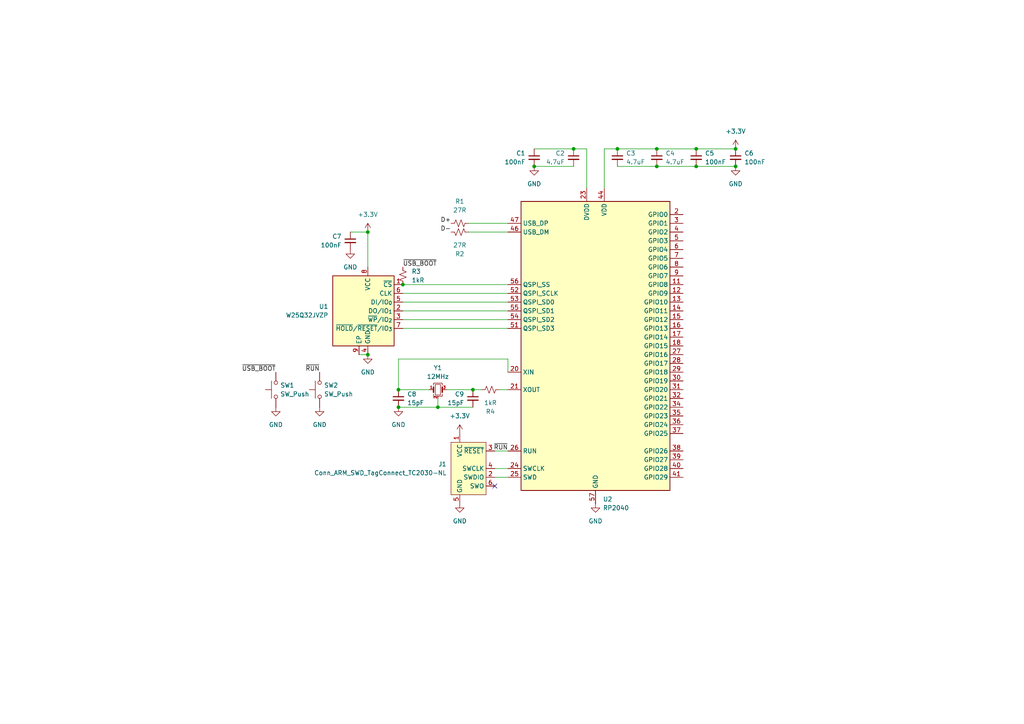
<source format=kicad_sch>
(kicad_sch (version 20250114) (generator "eeschema") (generator_version "9.0")
  (paper "A4")
  (lib_symbols
    (symbol "Connector:Conn_ARM_SWD_TagConnect_TC2030-NL" (in_bom no)
      (property "Reference" "J" (at 2.54 11.43 0))
      (property "Value" "Conn_ARM_SWD_TagConnect_TC2030-NL" (at 2.54 8.89 0))
      (symbol "Conn_ARM_SWD_TagConnect_TC2030-NL_0_0"
        (pin power_in line (at -2.54 10.16 270) (length 2.54) (name "VCC") (number "1"))
        (pin power_in line (at -2.54 -10.16 90) (length 2.54) (name "GND") (number "5"))
        (pin open_collector line (at 7.62 5.08 180) (length 2.54) (name "~{RESET}") (number "3"))
        (pin output line (at 7.62 0 180) (length 2.54) (name "SWCLK") (number "4"))
        (pin bidirectional line (at 7.62 -2.54 180) (length 2.54) (name "SWDIO") (number "2"))
        (pin input line (at 7.62 -5.08 180) (length 2.54) (name "SWO") (number "6"))
      )
      (symbol "Conn_ARM_SWD_TagConnect_TC2030-NL_0_1"
        (rectangle (start -5.08 7.62) (end 5.08 -7.62) (fill (type background)))
      )
    )
    (symbol "Device:C_Small" (pin_numbers (hide yes)) (pin_names (offset 0.254) (hide yes))
      (property "Reference" "C" (at 0.254 1.778 0))
      (property "Value" "C_Small" (at 0.254 -2.032 0))
      (symbol "C_Small_0_1"
        (polyline (pts (xy -1.524 0.508) (xy 1.524 0.508)) (stroke (width 0.3048)))
        (polyline (pts (xy -1.524 -0.508) (xy 1.524 -0.508)) (stroke (width 0.3302)))
      )
      (symbol "C_Small_1_1"
        (pin passive line (at 0 2.54 270) (length 2.032) (name "~") (number "1"))
        (pin passive line (at 0 -2.54 90) (length 2.032) (name "~") (number "2"))
      )
    )
    (symbol "Device:R_Small_US" (pin_numbers (hide yes)) (pin_names (offset 0.254) (hide yes))
      (property "Reference" "R" (at 0.762 0.508 0))
      (property "Value" "R_Small_US" (at 0.762 -1.016 0))
      (symbol "R_Small_US_1_1"
        (polyline (pts (xy 0 1.524) (xy 1.016 1.143) (xy 0 0.762) (xy -1.016 0.381) (xy 0 0)))
        (polyline (pts (xy 0 0) (xy 1.016 -0.381) (xy 0 -0.762) (xy -1.016 -1.143) (xy 0 -1.524)))
        (pin passive line (at 0 2.54 270) (length 1.016) (name "~") (number "1"))
        (pin passive line (at 0 -2.54 90) (length 1.016) (name "~") (number "2"))
      )
    )
    (symbol "Memory_Flash:W25Q32JVZP"
      (property "Reference" "U" (at -6.35 11.43 0))
      (property "Value" "W25Q32JVZP" (at 7.62 11.43 0))
      (symbol "W25Q32JVZP_0_1"
        (rectangle (start -7.62 10.16) (end 10.16 -10.16) (stroke (width 0.254)) (fill (type background)))
      )
      (symbol "W25Q32JVZP_1_1"
        (pin input line (at -10.16 7.62 0) (length 2.54) (name "~{CS}") (number "1"))
        (pin input line (at -10.16 5.08 0) (length 2.54) (name "CLK") (number "6"))
        (pin bidirectional line (at -10.16 2.54 0) (length 2.54) (name "DI/IO_{0}") (number "5"))
        (pin bidirectional line (at -10.16 0 0) (length 2.54) (name "DO/IO_{1}") (number "2"))
        (pin bidirectional line (at -10.16 -2.54 0) (length 2.54) (name "~{WP}/IO_{2}") (number "3"))
        (pin bidirectional line (at -10.16 -5.08 0) (length 2.54) (name "~{HOLD}/~{RESET}/IO_{3}") (number "7"))
        (pin power_in line (at 0 12.7 270) (length 2.54) (name "VCC") (number "8"))
        (pin power_in line (at 0 -12.7 90) (length 2.54) (name "GND") (number "4"))
        (pin passive line (at 2.54 -12.7 90) (length 2.54) (name "EP") (number "9"))
      )
    )
    (symbol "Switch:SW_Push" (pin_numbers (hide yes)) (pin_names (offset 1.016) (hide yes))
      (property "Reference" "SW" (at 1.27 2.54 0))
      (property "Value" "SW_Push" (at 0 -1.524 0))
      (symbol "SW_Push_0_1"
        (circle (center -2.032 0) (radius 0.508))
        (polyline (pts (xy 0 1.27) (xy 0 3.048)))
        (circle (center 2.032 0) (radius 0.508))
        (polyline (pts (xy 2.54 1.27) (xy -2.54 1.27)))
        (pin passive line (at -5.08 0 0) (length 2.54) (name "1") (number "1"))
        (pin passive line (at 5.08 0 180) (length 2.54) (name "2") (number "2"))
      )
    )
    (symbol "hlord2000-Device:Crystal_GND24_Small_EZRoute" (pin_names (offset 1.016) (hide yes))
      (property "Reference" "Y" (at 1.27 4.445 0))
      (property "Value" "Crystal_GND24_Small_EZRoute" (at 1.27 2.54 0))
      (symbol "Crystal_GND24_Small_EZRoute_0_1"
        (polyline (pts (xy -1.27 1.27) (xy -1.27 1.905) (xy 1.27 1.905) (xy 1.27 1.27)))
        (polyline (pts (xy -1.27 -0.762) (xy -1.27 0.762)) (stroke (width 0.381)))
        (polyline (pts (xy -1.27 -1.27) (xy -1.27 -1.905) (xy 1.27 -1.905) (xy 1.27 -1.27)))
        (rectangle (start -0.762 -1.524) (end 0.762 1.524))
        (polyline (pts (xy 1.27 -0.762) (xy 1.27 0.762)) (stroke (width 0.381)))
      )
      (symbol "Crystal_GND24_Small_EZRoute_1_1"
        (pin passive line (at -2.54 0 0) (length 1.27) (name "1") (number "1"))
        (pin passive line (at 0 -2.54 90) (length 0.635) (name "2") (number "2"))
        (pin passive line (at 0 -2.54 90) (length 0.635) (hide yes) (name "4") (number "4"))
        (pin passive line (at 2.54 0 180) (length 1.27) (name "3") (number "3"))
      )
    )
    (symbol "power:+3.3V" (power) (pin_numbers (hide yes)) (pin_names (offset 0) (hide yes))
      (property "Value" "+3.3V" (at 0 3.556 0))
      (symbol "+3.3V_0_1"
        (polyline (pts (xy -0.762 1.27) (xy 0 2.54)))
        (polyline (pts (xy 0 2.54) (xy 0.762 1.27)))
        (polyline (pts (xy 0 0) (xy 0 2.54)))
      )
      (symbol "+3.3V_1_1"
        (pin power_in line (at 0 0 90) (length 0) (name "~") (number "1"))
      )
    )
    (symbol "power:GND" (power) (pin_numbers (hide yes)) (pin_names (offset 0) (hide yes))
      (property "Value" "GND" (at 0 -3.81 0))
      (symbol "GND_0_1"
        (polyline (pts (xy 0 0) (xy 0 -1.27) (xy 1.27 -1.27) (xy 0 -2.54) (xy -1.27 -1.27) (xy 0 -1.27)))
      )
      (symbol "GND_1_1"
        (pin power_in line (at 0 0 270) (length 0) (name "~") (number "1"))
      )
    )
    (symbol "rpi-lib-kicad-rp2040:RP2040"
      (property "Reference" "U" (at 17.78 45.72 0))
      (property "Value" "RP2040" (at 17.78 43.18 0))
      (symbol "RP2040_0_1"
        (rectangle (start -21.59 41.91) (end 21.59 -41.91) (stroke (width 0.254)) (fill (type background)))
      )
      (symbol "RP2040_1_1"
        (pin bidirectional line (at -25.4 35.56 0) (length 3.81) (name "USB_DP") (number "47"))
        (pin bidirectional line (at -25.4 33.02 0) (length 3.81) (name "USB_DM") (number "46"))
        (pin bidirectional line (at -25.4 17.78 0) (length 3.81) (name "QSPI_SS") (number "56"))
        (pin output line (at -25.4 15.24 0) (length 3.81) (name "QSPI_SCLK") (number "52"))
        (pin bidirectional line (at -25.4 12.7 0) (length 3.81) (name "QSPI_SD0") (number "53"))
        (pin bidirectional line (at -25.4 10.16 0) (length 3.81) (name "QSPI_SD1") (number "55"))
        (pin bidirectional line (at -25.4 7.62 0) (length 3.81) (name "QSPI_SD2") (number "54"))
        (pin bidirectional line (at -25.4 5.08 0) (length 3.81) (name "QSPI_SD3") (number "51"))
        (pin input line (at -25.4 -7.62 0) (length 3.81) (name "XIN") (number "20"))
        (pin passive line (at -25.4 -12.7 0) (length 3.81) (name "XOUT") (number "21"))
        (pin input line (at -25.4 -30.48 0) (length 3.81) (name "RUN") (number "26"))
        (pin input line (at -25.4 -35.56 0) (length 3.81) (name "SWCLK") (number "24"))
        (pin bidirectional line (at -25.4 -38.1 0) (length 3.81) (name "SWD") (number "25"))
        (pin power_in line (at -2.54 45.72 270) (length 3.81) (name "DVDD") (number "23"))
        (pin passive line (at -2.54 45.72 270) (length 3.81) (hide yes) (name "DVDD") (number "45"))
        (pin passive line (at -2.54 45.72 270) (length 3.81) (hide yes) (name "DVDD") (number "50"))
        (pin passive line (at 0 -45.72 90) (length 3.81) (hide yes) (name "GND") (number "19"))
        (pin power_in line (at 0 -45.72 90) (length 3.81) (name "GND") (number "57"))
        (pin passive line (at 2.54 45.72 270) (length 3.81) (hide yes) (name "VDD") (number "1"))
        (pin passive line (at 2.54 45.72 270) (length 3.81) (hide yes) (name "IOVDD") (number "10"))
        (pin passive line (at 2.54 45.72 270) (length 3.81) (hide yes) (name "IOVDD") (number "22"))
        (pin passive line (at 2.54 45.72 270) (length 3.81) (hide yes) (name "IOVDD") (number "33"))
        (pin passive line (at 2.54 45.72 270) (length 3.81) (hide yes) (name "IOVDD") (number "42"))
        (pin passive line (at 2.54 45.72 270) (length 3.81) (hide yes) (name "VDD") (number "43"))
        (pin power_in line (at 2.54 45.72 270) (length 3.81) (name "VDD") (number "44"))
        (pin passive line (at 2.54 45.72 270) (length 3.81) (hide yes) (name "VDD") (number "48"))
        (pin passive line (at 2.54 45.72 270) (length 3.81) (hide yes) (name "IOVDD") (number "49"))
        (pin bidirectional line (at 25.4 38.1 180) (length 3.81) (name "GPIO0") (number "2"))
        (pin bidirectional line (at 25.4 35.56 180) (length 3.81) (name "GPIO1") (number "3"))
        (pin bidirectional line (at 25.4 33.02 180) (length 3.81) (name "GPIO2") (number "4"))
        (pin bidirectional line (at 25.4 30.48 180) (length 3.81) (name "GPIO3") (number "5"))
        (pin bidirectional line (at 25.4 27.94 180) (length 3.81) (name "GPIO4") (number "6"))
        (pin bidirectional line (at 25.4 25.4 180) (length 3.81) (name "GPIO5") (number "7"))
        (pin bidirectional line (at 25.4 22.86 180) (length 3.81) (name "GPIO6") (number "8"))
        (pin bidirectional line (at 25.4 20.32 180) (length 3.81) (name "GPIO7") (number "9"))
        (pin bidirectional line (at 25.4 17.78 180) (length 3.81) (name "GPIO8") (number "11"))
        (pin bidirectional line (at 25.4 15.24 180) (length 3.81) (name "GPIO9") (number "12"))
        (pin bidirectional line (at 25.4 12.7 180) (length 3.81) (name "GPIO10") (number "13"))
        (pin bidirectional line (at 25.4 10.16 180) (length 3.81) (name "GPIO11") (number "14"))
        (pin bidirectional line (at 25.4 7.62 180) (length 3.81) (name "GPIO12") (number "15"))
        (pin bidirectional line (at 25.4 5.08 180) (length 3.81) (name "GPIO13") (number "16"))
        (pin bidirectional line (at 25.4 2.54 180) (length 3.81) (name "GPIO14") (number "17"))
        (pin bidirectional line (at 25.4 0 180) (length 3.81) (name "GPIO15") (number "18"))
        (pin bidirectional line (at 25.4 -2.54 180) (length 3.81) (name "GPIO16") (number "27"))
        (pin bidirectional line (at 25.4 -5.08 180) (length 3.81) (name "GPIO17") (number "28"))
        (pin bidirectional line (at 25.4 -7.62 180) (length 3.81) (name "GPIO18") (number "29"))
        (pin bidirectional line (at 25.4 -10.16 180) (length 3.81) (name "GPIO19") (number "30"))
        (pin bidirectional line (at 25.4 -12.7 180) (length 3.81) (name "GPIO20") (number "31"))
        (pin bidirectional line (at 25.4 -15.24 180) (length 3.81) (name "GPIO21") (number "32"))
        (pin bidirectional line (at 25.4 -17.78 180) (length 3.81) (name "GPIO22") (number "34"))
        (pin bidirectional line (at 25.4 -20.32 180) (length 3.81) (name "GPIO23") (number "35"))
        (pin bidirectional line (at 25.4 -22.86 180) (length 3.81) (name "GPIO24") (number "36"))
        (pin bidirectional line (at 25.4 -25.4 180) (length 3.81) (name "GPIO25") (number "37"))
        (pin bidirectional line (at 25.4 -30.48 180) (length 3.81) (name "GPIO26") (number "38"))
        (pin bidirectional line (at 25.4 -33.02 180) (length 3.81) (name "GPIO27") (number "39"))
        (pin bidirectional line (at 25.4 -35.56 180) (length 3.81) (name "GPIO28") (number "40"))
        (pin bidirectional line (at 25.4 -38.1 180) (length 3.81) (name "GPIO29") (number "41"))
      )
    )
  )
  (junction (at 166.37 43.18))
  (junction (at 127 118.11))
  (junction (at 190.5 48.26))
  (junction (at 201.93 48.26))
  (junction (at 106.68 67.31))
  (junction (at 213.36 48.26))
  (junction (at 116.84 82.55))
  (junction (at 201.93 43.18))
  (junction (at 106.68 102.87))
  (junction (at 115.57 113.03))
  (junction (at 179.07 43.18))
  (junction (at 115.57 118.11))
  (junction (at 137.16 113.03))
  (junction (at 213.36 43.18))
  (junction (at 154.94 48.26))
  (junction (at 190.5 43.18))
  (no_connect (at 143.51 140.97))
  (wire (pts (xy 143.51 135.89) (xy 147.32 135.89)))
  (wire (pts (xy 143.51 130.81) (xy 147.32 130.81)))
  (wire (pts (xy 115.57 118.11) (xy 127 118.11)))
  (wire (pts (xy 116.84 95.25) (xy 147.32 95.25)))
  (wire (pts (xy 116.84 85.09) (xy 147.32 85.09)))
  (wire (pts (xy 115.57 113.03) (xy 115.57 104.14)))
  (wire (pts (xy 201.93 48.26) (xy 213.36 48.26)))
  (wire (pts (xy 116.84 92.71) (xy 147.32 92.71)))
  (wire (pts (xy 116.84 82.55) (xy 147.32 82.55)))
  (wire (pts (xy 179.07 48.26) (xy 190.5 48.26)))
  (wire (pts (xy 175.26 43.18) (xy 179.07 43.18)))
  (wire (pts (xy 115.57 104.14) (xy 147.32 104.14)))
  (wire (pts (xy 190.5 48.26) (xy 201.93 48.26)))
  (wire (pts (xy 127 118.11) (xy 137.16 118.11)))
  (wire (pts (xy 166.37 43.18) (xy 154.94 43.18)))
  (wire (pts (xy 104.14 102.87) (xy 106.68 102.87)))
  (wire (pts (xy 147.32 104.14) (xy 147.32 107.95)))
  (wire (pts (xy 137.16 113.03) (xy 139.7 113.03)))
  (wire (pts (xy 124.46 113.03) (xy 115.57 113.03)))
  (wire (pts (xy 190.5 43.18) (xy 201.93 43.18)))
  (wire (pts (xy 116.84 87.63) (xy 147.32 87.63)))
  (wire (pts (xy 201.93 43.18) (xy 213.36 43.18)))
  (wire (pts (xy 143.51 138.43) (xy 147.32 138.43)))
  (wire (pts (xy 135.89 64.77) (xy 147.32 64.77)))
  (wire (pts (xy 116.84 90.17) (xy 147.32 90.17)))
  (wire (pts (xy 170.18 43.18) (xy 166.37 43.18)))
  (wire (pts (xy 129.54 113.03) (xy 137.16 113.03)))
  (wire (pts (xy 101.6 67.31) (xy 106.68 67.31)))
  (wire (pts (xy 179.07 43.18) (xy 190.5 43.18)))
  (wire (pts (xy 175.26 54.61) (xy 175.26 43.18)))
  (wire (pts (xy 127 118.11) (xy 127 115.57)))
  (wire (pts (xy 106.68 67.31) (xy 106.68 77.47)))
  (wire (pts (xy 135.89 67.31) (xy 147.32 67.31)))
  (wire (pts (xy 144.78 113.03) (xy 147.32 113.03)))
  (wire (pts (xy 166.37 48.26) (xy 154.94 48.26)))
  (wire (pts (xy 170.18 54.61) (xy 170.18 43.18)))
  (label "~{RUN}" (at 92.71 107.95 180))
  (label "D+" (at 130.81 64.77 180))
  (label "~{USB_BOOT}" (at 80.01 107.95 180))
  (label "~{RUN}" (at 147.32 130.81 180))
  (label "D-" (at 130.81 67.31 180))
  (label "~{USB_BOOT}" (at 116.84 77.47 0))
  (symbol (lib_id "power:+3.3V") (at 106.68 67.31 0) (unit 1)
    (property "Reference" "#PWR" (effects (hide yes)))
    (property "Value" "+3.3V" (at 106.68 62.23 0))
    (property "Description" "Power symbol creates a global label with name \"+3.3V\"" (effects (hide yes)))
    (instances (project "libmanagement" (path "" (reference "#PWR09") (unit 1))))
  )
  (symbol (lib_id "Device:C_Small") (at 137.16 115.57 0) (unit 1)
    (property "Reference" "C9" (at 134.62 114.3062 0) (effects (justify right)))
    (property "Value" "15pF" (at 134.62 116.8462 0) (effects (justify right)))
    (property "Footprint" "Capacitor_SMD:C_0402_1005Metric" (effects (hide yes)))
    (property "Description" "Unpolarized capacitor, small symbol" (effects (hide yes)))
    (property "LCSC" "C1548" (effects (hide yes)))
  )
  (symbol (lib_id "power:GND") (at 213.36 48.26 0) (unit 1)
    (property "Reference" "#PWR" (effects (hide yes)))
    (property "Value" "GND" (at 213.36 53.34 0))
    (property "Description" "Power symbol creates a global label with name \"GND\" , ground" (effects (hide yes)))
    (instances (project "" (path "" (reference "#PWR04") (unit 1))))
  )
  (symbol (lib_id "power:+3.3V") (at 213.36 43.18 0) (unit 1)
    (property "Reference" "#PWR" (effects (hide yes)))
    (property "Value" "+3.3V" (at 213.36 38.1 0))
    (property "Description" "Power symbol creates a global label with name \"+3.3V\"" (effects (hide yes)))
    (instances (project "libmanagement" (path "" (reference "#PWR03") (unit 1))))
  )
  (symbol (lib_id "Switch:SW_Push") (at 92.71 113.03 90) (unit 1)
    (property "Reference" "SW2" (at 93.98 111.7599 90) (effects (justify right)))
    (property "Value" "SW_Push" (at 93.98 114.2999 90) (effects (justify right)))
    (property "Footprint" "Button_Switch_SMD:SW_Push_1P1T_NO_Vertical_Wuerth_434133025816" (effects (hide yes)))
    (property "Description" "Push button switch, generic, two pins" (effects (hide yes)))
    (property "LCSC" "C843674" (effects (hide yes)))
  )
  (symbol (lib_id "Device:C_Small") (at 154.94 45.72 0) (mirror y) (unit 1)
    (property "Reference" "C1" (at 152.4 44.4562 0) (effects (justify left)))
    (property "Value" "100nF" (at 152.4 46.9962 0) (effects (justify left)))
    (property "Footprint" "Capacitor_SMD:C_0402_1005Metric" (effects (hide yes)))
    (property "Description" "Unpolarized capacitor, small symbol" (effects (hide yes)))
    (property "LCSC" "C1525" (effects (hide yes)))
  )
  (symbol (lib_id "power:GND") (at 80.01 118.11 0) (mirror y) (unit 1)
    (property "Reference" "#PWR" (effects (hide yes)))
    (property "Value" "GND" (at 80.01 123.19 0))
    (property "Description" "Power symbol creates a global label with name \"GND\" , ground" (effects (hide yes)))
    (instances (project "libmanagement" (path "" (reference "#PWR011") (unit 1))))
  )
  (symbol (lib_id "Device:R_Small_US") (at 142.24 113.03 90) (unit 1)
    (property "Reference" "R4" (at 142.24 119.38 90))
    (property "Value" "1kR" (at 142.24 116.84 90))
    (property "Footprint" "Resistor_SMD:R_0402_1005Metric" (effects (hide yes)))
    (property "Description" "Resistor, small US symbol" (effects (hide yes)))
    (property "LCSC" "C11702" (effects (hide yes)))
  )
  (symbol (lib_id "power:GND") (at 106.68 102.87 0) (mirror y) (unit 1)
    (property "Reference" "#PWR" (effects (hide yes)))
    (property "Value" "GND" (at 106.68 107.95 0))
    (property "Description" "Power symbol creates a global label with name \"GND\" , ground" (effects (hide yes)))
    (instances (project "libmanagement" (path "" (reference "#PWR08") (unit 1))))
  )
  (symbol (lib_id "Device:C_Small") (at 213.36 45.72 0) (unit 1)
    (property "Reference" "C6" (at 215.9 44.4562 0) (effects (justify left)))
    (property "Value" "100nF" (at 215.9 46.9962 0) (effects (justify left)))
    (property "Footprint" "Capacitor_SMD:C_0402_1005Metric" (effects (hide yes)))
    (property "Description" "Unpolarized capacitor, small symbol" (effects (hide yes)))
    (property "LCSC" "C1525" (effects (hide yes)))
  )
  (symbol (lib_id "Device:R_Small_US") (at 133.35 64.77 90) (unit 1)
    (property "Reference" "R1" (at 133.35 58.42 90))
    (property "Value" "27R" (at 133.35 60.96 90))
    (property "Footprint" "Resistor_SMD:R_0402_1005Metric" (effects (hide yes)))
    (property "Description" "Resistor, small US symbol" (effects (hide yes)))
    (property "LCSC" "C138021" (effects (hide yes)))
  )
  (symbol (lib_id "Device:C_Small") (at 179.07 45.72 0) (unit 1)
    (property "Reference" "C3" (at 181.61 44.4562 0) (effects (justify left)))
    (property "Value" "4.7uF" (at 181.61 46.9962 0) (effects (justify left)))
    (property "Footprint" "Capacitor_SMD:C_0402_1005Metric" (effects (hide yes)))
    (property "Description" "Unpolarized capacitor, small symbol" (effects (hide yes)))
    (property "LCSC" "C23733" (effects (hide yes)))
  )
  (symbol (lib_id "hlord2000-Device:Crystal_GND24_Small_EZRoute") (at 127 113.03 0) (unit 1)
    (property "Reference" "Y1" (at 127 106.68 0))
    (property "Value" "12MHz" (at 127 109.22 0))
    (property "Footprint" "Crystal:Crystal_SMD_3225-4Pin_3.2x2.5mm" (effects (hide yes)))
    (property "Description" "Four pin crystal, GND on pins 2 and 4, small symbol" (effects (hide yes)))
    (property "LCSC" "C37635368" (effects (hide yes)))
  )
  (symbol (lib_id "rpi-lib-kicad-rp2040:RP2040") (at 172.72 100.33 0) (unit 1)
    (property "Reference" "U2" (at 174.8633 144.78 0) (effects (justify left)))
    (property "Value" "RP2040" (at 174.8633 147.32 0) (effects (justify left)))
    (property "Footprint" "Package_DFN_QFN:QFN-56-1EP_7x7mm_P0.4mm_EP3.2x3.2mm" (effects (hide yes)))
    (property "Datasheet" "https://datasheets.raspberrypi.com/rp2040/rp2040-datasheet.pdf" (effects (hide yes)))
    (property "Description" "A microcontroller by Raspberry Pi" (effects (hide yes)))
    (property "LCSC" "C2040" (effects (hide yes)))
  )
  (symbol (lib_id "Device:C_Small") (at 115.57 115.57 0) (mirror y) (unit 1)
    (property "Reference" "C8" (at 118.11 114.3062 0) (effects (justify right)))
    (property "Value" "15pF" (at 118.11 116.8462 0) (effects (justify right)))
    (property "Footprint" "Capacitor_SMD:C_0402_1005Metric" (effects (hide yes)))
    (property "Description" "Unpolarized capacitor, small symbol" (effects (hide yes)))
    (property "LCSC" "C1548" (effects (hide yes)))
  )
  (symbol (lib_id "power:GND") (at 154.94 48.26 0) (unit 1)
    (property "Reference" "#PWR" (effects (hide yes)))
    (property "Value" "GND" (at 154.94 53.34 0))
    (property "Description" "Power symbol creates a global label with name \"GND\" , ground" (effects (hide yes)))
    (instances (project "libmanagement" (path "" (reference "#PWR05") (unit 1))))
  )
  (symbol (lib_id "Memory_Flash:W25Q32JVZP") (at 106.68 90.17 0) (mirror y) (unit 1)
    (property "Reference" "U1" (at 95.25 88.8999 0) (effects (justify left)))
    (property "Value" "W25Q32JVZP" (at 95.25 91.4399 0) (effects (justify left)))
    (property "Footprint" "Package_SON:WSON-8-1EP_6x5mm_P1.27mm_EP3.4x4.3mm" (effects (hide yes)))
    (property "Datasheet" "http://www.winbond.com/resource-files/w25q32jv%20revg%2003272018%20plus.pdf" (effects (hide yes)))
    (property "Description" "32Mbit / 4MiB Serial Flash Memory, Standard/Dual/Quad SPI, 2.7-3.6V, WSON-8" (effects (hide yes)))
    (property "LCSC" "C571260" (effects (hide yes)))
  )
  (symbol (lib_id "Device:C_Small") (at 101.6 69.85 0) (mirror y) (unit 1)
    (property "Reference" "C7" (at 99.06 68.5862 0) (effects (justify left)))
    (property "Value" "100nF" (at 99.06 71.1262 0) (effects (justify left)))
    (property "Footprint" "Capacitor_SMD:C_0402_1005Metric" (effects (hide yes)))
    (property "Description" "Unpolarized capacitor, small symbol" (effects (hide yes)))
    (property "LCSC" "C1525" (effects (hide yes)))
  )
  (symbol (lib_id "power:GND") (at 133.35 146.05 0) (mirror y) (unit 1)
    (property "Reference" "#PWR" (effects (hide yes)))
    (property "Value" "GND" (at 133.35 151.13 0))
    (property "Description" "Power symbol creates a global label with name \"GND\" , ground" (effects (hide yes)))
    (instances (project "libmanagement" (path "" (reference "#PWR02") (unit 1))))
  )
  (symbol (lib_id "Connector:Conn_ARM_SWD_TagConnect_TC2030-NL") (at 135.89 135.89 0) (unit 1) (in_bom no)
    (property "Reference" "J1" (at 129.54 134.6199 0) (effects (justify right)))
    (property "Value" "Conn_ARM_SWD_TagConnect_TC2030-NL" (at 129.54 137.1599 0) (effects (justify right)))
    (property "Footprint" "Connector:Tag-Connect_TC2030-IDC-NL_2x03_P1.27mm_Vertical" (effects (hide yes)))
    (property "Datasheet" "https://www.tag-connect.com/wp-content/uploads/bsk-pdf-manager/TC2030-CTX_1.pdf" (effects (hide yes)))
    (property "Description" "Tag-Connect ARM Cortex SWD JTAG connector, 6 pin, no legs" (effects (hide yes)))
  )
  (symbol (lib_id "power:+3.3V") (at 133.35 125.73 0) (unit 1)
    (property "Reference" "#PWR" (effects (hide yes)))
    (property "Value" "+3.3V" (at 133.35 120.65 0))
    (property "Description" "Power symbol creates a global label with name \"+3.3V\"" (effects (hide yes)))
    (instances (project "" (path "" (reference "#PWR07") (unit 1))))
  )
  (symbol (lib_id "power:GND") (at 172.72 146.05 0) (mirror y) (unit 1)
    (property "Reference" "#PWR" (effects (hide yes)))
    (property "Value" "GND" (at 172.72 151.13 0))
    (property "Description" "Power symbol creates a global label with name \"GND\" , ground" (effects (hide yes)))
    (instances (project "libmanagement" (path "" (reference "#PWR01") (unit 1))))
  )
  (symbol (lib_id "Device:R_Small_US") (at 133.35 67.31 90) (mirror x) (unit 1)
    (property "Reference" "R2" (at 133.35 73.66 90))
    (property "Value" "27R" (at 133.35 71.12 90))
    (property "Footprint" "Resistor_SMD:R_0402_1005Metric" (effects (hide yes)))
    (property "Description" "Resistor, small US symbol" (effects (hide yes)))
    (property "LCSC" "C138021" (effects (hide yes)))
  )
  (symbol (lib_id "Device:C_Small") (at 201.93 45.72 0) (unit 1)
    (property "Reference" "C5" (at 204.47 44.4562 0) (effects (justify left)))
    (property "Value" "100nF" (at 204.47 46.9962 0) (effects (justify left)))
    (property "Footprint" "Capacitor_SMD:C_0402_1005Metric" (effects (hide yes)))
    (property "Description" "Unpolarized capacitor, small symbol" (effects (hide yes)))
    (property "LCSC" "C1525" (effects (hide yes)))
  )
  (symbol (lib_id "power:GND") (at 92.71 118.11 0) (mirror y) (unit 1)
    (property "Reference" "#PWR" (effects (hide yes)))
    (property "Value" "GND" (at 92.71 123.19 0))
    (property "Description" "Power symbol creates a global label with name \"GND\" , ground" (effects (hide yes)))
    (instances (project "libmanagement" (path "" (reference "#PWR012") (unit 1))))
  )
  (symbol (lib_id "Device:C_Small") (at 190.5 45.72 0) (unit 1)
    (property "Reference" "C4" (at 193.04 44.4562 0) (effects (justify left)))
    (property "Value" "4.7uF" (at 193.04 46.9962 0) (effects (justify left)))
    (property "Footprint" "Capacitor_SMD:C_0402_1005Metric" (effects (hide yes)))
    (property "Description" "Unpolarized capacitor, small symbol" (effects (hide yes)))
    (property "LCSC" "C23733" (effects (hide yes)))
  )
  (symbol (lib_id "power:GND") (at 101.6 72.39 0) (mirror y) (unit 1)
    (property "Reference" "#PWR" (effects (hide yes)))
    (property "Value" "GND" (at 101.6 77.47 0))
    (property "Description" "Power symbol creates a global label with name \"GND\" , ground" (effects (hide yes)))
    (instances (project "libmanagement" (path "" (reference "#PWR010") (unit 1))))
  )
  (symbol (lib_id "Switch:SW_Push") (at 80.01 113.03 90) (unit 1)
    (property "Reference" "SW1" (at 81.28 111.7599 90) (effects (justify right)))
    (property "Value" "SW_Push" (at 81.28 114.2999 90) (effects (justify right)))
    (property "Footprint" "Button_Switch_SMD:SW_Push_1P1T_NO_Vertical_Wuerth_434133025816" (effects (hide yes)))
    (property "Description" "Push button switch, generic, two pins" (effects (hide yes)))
    (property "LCSC" "C843674" (effects (hide yes)))
  )
  (symbol (lib_id "power:GND") (at 115.57 118.11 0) (mirror y) (unit 1)
    (property "Reference" "#PWR" (effects (hide yes)))
    (property "Value" "GND" (at 115.57 123.19 0))
    (property "Description" "Power symbol creates a global label with name \"GND\" , ground" (effects (hide yes)))
    (instances (project "libmanagement" (path "" (reference "#PWR06") (unit 1))))
  )
  (symbol (lib_id "Device:C_Small") (at 166.37 45.72 0) (mirror y) (unit 1)
    (property "Reference" "C2" (at 163.83 44.4562 0) (effects (justify left)))
    (property "Value" "4.7uF" (at 163.83 46.9962 0) (effects (justify left)))
    (property "Footprint" "Capacitor_SMD:C_0402_1005Metric" (effects (hide yes)))
    (property "Description" "Unpolarized capacitor, small symbol" (effects (hide yes)))
    (property "LCSC" "C23733" (effects (hide yes)))
  )
  (symbol (lib_id "Device:R_Small_US") (at 116.84 80.01 0) (unit 1)
    (property "Reference" "R3" (at 119.38 78.7399 0) (effects (justify left)))
    (property "Value" "1kR" (at 119.38 81.2799 0) (effects (justify left)))
    (property "Footprint" "Resistor_SMD:R_0402_1005Metric" (effects (hide yes)))
    (property "Description" "Resistor, small US symbol" (effects (hide yes)))
    (property "LCSC" "C11702" (effects (hide yes)))
  )
)
</source>
